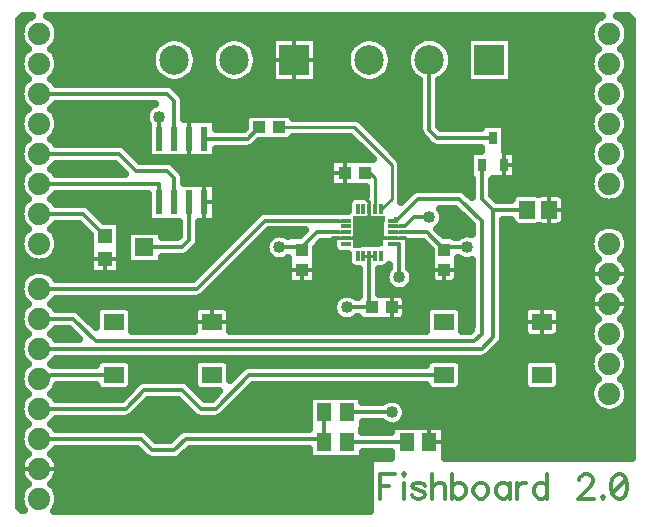
<source format=gbr>
%TF.GenerationSoftware,Novarm,DipTrace,3.0.0.2*%
%TF.CreationDate,2017-10-26T14:07:32+00:00*%
%FSLAX35Y35*%
%MOMM*%
%TF.FileFunction,Copper,L1,Top*%
%TF.Part,Single*%
%AMOUTLINE0*
4,1,4,
-0.55,-0.5,
-0.55,0.5,
0.55,0.5,
0.55,-0.5,
-0.55,-0.5,
0*%
%AMOUTLINE3*
4,1,4,
0.5,-0.55,
-0.5,-0.55,
-0.5,0.55,
0.5,0.55,
0.5,-0.55,
0*%
%AMOUTLINE6*
4,1,4,
0.55,0.5,
0.55,-0.5,
-0.55,-0.5,
-0.55,0.5,
0.55,0.5,
0*%
%AMOUTLINE9*
4,1,4,
-0.65,-0.75,
-0.65,0.75,
0.65,0.75,
0.65,-0.75,
-0.65,-0.75,
0*%
%AMOUTLINE12*
4,1,4,
0.875,0.7,
-0.875,0.7,
-0.875,-0.7,
0.875,-0.7,
0.875,0.7,
0*%
%AMOUTLINE15*
4,1,4,
-0.875,-0.7,
0.875,-0.7,
0.875,0.7,
-0.875,0.7,
-0.875,-0.7,
0*%
%AMOUTLINE18*
4,1,4,
0.425,-0.14,
0.425,0.14,
-0.425,0.14,
-0.425,-0.14,
0.425,-0.14,
0*%
%AMOUTLINE21*
4,1,4,
-0.14,-0.425,
0.14,-0.425,
0.14,0.425,
-0.14,0.425,
-0.14,-0.425,
0*%
%AMOUTLINE24*
4,1,4,
1.35,1.35,
-1.35,1.35,
-1.35,-1.35,
1.16398,-1.21293,
1.35,1.35,
0*%
%ADD62C,0.31373*%
%TA.AperFunction,Conductor*%
%ADD13C,0.33*%
%ADD14C,0.28*%
%ADD16C,0.254*%
%TA.AperFunction,CopperBalancing*%
%ADD17C,0.635*%
%ADD18R,1.0X1.1*%
%ADD19R,1.1X1.0*%
%ADD20R,1.3X1.5*%
%TA.AperFunction,ComponentPad*%
%ADD21R,2.5X2.5*%
%ADD22C,2.5*%
%ADD24R,0.65X1.05*%
%ADD30R,1.6X1.5*%
%ADD31R,1.2X1.2*%
%ADD32R,0.6X2.0*%
%TA.AperFunction,ComponentPad*%
%ADD34C,1.8796*%
%TA.AperFunction,ViaPad*%
%ADD35C,1.016*%
%ADD64OUTLINE0*%
%ADD67OUTLINE3*%
%ADD70OUTLINE6*%
%ADD73OUTLINE9*%
%ADD76OUTLINE12*%
%ADD79OUTLINE15*%
%ADD82OUTLINE18*%
%ADD85OUTLINE21*%
%ADD88OUTLINE24*%
%TA.AperFunction,CopperBalancing*%
%ADD91C,0.33*%
G75*
G01*
%LPD*%
X2243000Y4390800D2*
D13*
Y4207000D1*
X3449500Y3265500D2*
Y3286000D1*
X3576500Y3413000D1*
X3767000D1*
D14*
X3823500D1*
X4218500D2*
X4277500D1*
D13*
X4508500D1*
X4656000Y3265500D1*
X3259000Y3286000D2*
X3449500D1*
X4846500D2*
X4676500D1*
X4656000Y3265500D1*
X4041500Y2778000D2*
X4021000D1*
Y3215500D1*
X4071013D2*
D14*
X4021000D1*
X3970987D1*
X3830500Y2778000D2*
D13*
X4041500D1*
X3823500Y3363000D2*
D14*
X3764500D1*
D13*
X3717000D1*
X3703500Y3349500D1*
Y3286000D1*
X4021000Y3610500D2*
D14*
Y3667000D1*
D13*
X3957500Y3730500D1*
X3823500Y3363000D2*
D14*
X3882500D1*
D13*
X3971000D1*
X4021000Y3413000D1*
Y3610500D2*
D14*
Y3551500D1*
D13*
Y3413000D1*
X4218500Y3363000D2*
D14*
X4159500D1*
D13*
X4071000D1*
X4021000Y3413000D1*
X4218500Y3363000D2*
D14*
X4277500D1*
D13*
X4325000D1*
X4370250Y3317750D1*
X3823500Y3513000D2*
D14*
X3764500D1*
D13*
X3136750D1*
X2560500Y2936750D1*
X1227000D1*
Y4587750D2*
X2304000D1*
X2370000Y4521750D1*
Y4207000D1*
X1227000Y3571750D2*
X1597750D1*
X1783500Y3386000D1*
X2624000Y4207000D2*
X2994000D1*
X3089000Y4302000D1*
X1227000Y1920750D2*
X1957250D1*
X2116000Y2079500D1*
X2433500D1*
X2592250Y1920750D1*
X2719250D1*
X3005000Y2206500D1*
X4651500D1*
X4275000Y3032000D2*
Y3313000D1*
X4218500D1*
Y3463000D2*
D14*
X4277500D1*
D13*
X4325000D1*
X4402000Y3540000D1*
X4529000D1*
X1227000Y2174750D2*
X1290500D1*
X1322250Y2206500D1*
X1857500D1*
X3640500Y1889000D2*
Y1635000D1*
Y1666750D1*
X2465250D1*
X2370000Y1571500D1*
X2179500D1*
X2084250Y1666750D1*
X1227000D1*
X3830500Y1635000D2*
X4339000D1*
X3830500Y1889000D2*
X4211500D1*
X4529000Y4873500D2*
Y4280500D1*
X4595000Y4214500D1*
X5068500D1*
X4973500Y3984500D2*
Y3698750D1*
X5068750Y3603500D1*
X5354500D1*
X5068750D2*
Y2524000D1*
X4973500Y2428750D1*
X1227000D1*
X2116000Y3286000D2*
X2431000D1*
X2497000Y3352000D1*
Y3667000D1*
X1227000Y3825750D2*
X2243000D1*
Y3667000D1*
X1227000Y4079750D2*
X1904390D1*
X2047860Y3936280D1*
X2304000D1*
X2370000Y3870280D1*
Y3667000D1*
X1227000Y2682750D2*
X1512750D1*
X1703250Y2492250D1*
X4910000D1*
X4973500Y2555750D1*
Y3508250D1*
X4783000Y3698750D1*
X4433750D1*
X4254817Y3519817D1*
D14*
X4240067Y3534567D1*
X4218500Y3513000D1*
X3259000Y4302000D2*
D16*
X3894000D1*
X4211500Y3984500D1*
Y3698747D1*
X4132127Y3619373D1*
X4121027Y3610500D1*
X4071013D2*
Y3870987D1*
X4025233Y3916767D1*
X3981973D1*
D35*
X4211500Y1889000D3*
X3259000Y3286000D3*
X4529000Y3540000D3*
X4846500Y3286000D3*
X3830500Y2778000D3*
X2243000Y4390800D3*
X4275000Y3032000D3*
X1063162Y5180083D2*
D17*
X1083296D1*
X1370864D2*
X5909204D1*
X6196864D2*
X6236874D1*
X1393188Y5116917D2*
X5886756D1*
X1389096Y5053750D2*
X2296650D1*
X2443295D2*
X2804650D1*
X2951295D2*
X3187386D1*
X3584683D2*
X3947650D1*
X4094295D2*
X4455650D1*
X4602295D2*
X4838386D1*
X5235683D2*
X5890973D1*
X6215096D2*
X6236881D1*
X1063162Y4990583D2*
X1098412D1*
X1355609D2*
X2211073D1*
X2528871D2*
X2719073D1*
X3036871D2*
X3187386D1*
X3584683D2*
X3862073D1*
X4179871D2*
X4370073D1*
X4687871D2*
X4838386D1*
X5235683D2*
X5924335D1*
X6181609D2*
X6236874D1*
X1063162Y4927417D2*
X1084040D1*
X1369996D2*
X2179075D1*
X2560869D2*
X2687075D1*
X3068869D2*
X3187386D1*
X3584683D2*
X3830075D1*
X4211869D2*
X4338075D1*
X4719869D2*
X4838386D1*
X5235683D2*
X5910072D1*
X6195996D2*
X6236874D1*
X1393064Y4864250D2*
X2171634D1*
X2568434D2*
X2679634D1*
X3076434D2*
X3187386D1*
X3584683D2*
X3822634D1*
X4219434D2*
X4330634D1*
X4727434D2*
X4838386D1*
X5235683D2*
X5887004D1*
X1389468Y4801083D2*
X2185525D1*
X2554544D2*
X2693525D1*
X3062544D2*
X3187386D1*
X3584683D2*
X3836525D1*
X4205544D2*
X4344525D1*
X4713544D2*
X4838386D1*
X5235683D2*
X5890601D1*
X6215468D2*
X6236806D1*
X1063162Y4737917D2*
X1097173D1*
X1356725D2*
X2227320D1*
X2512748D2*
X2735320D1*
X3020748D2*
X3187386D1*
X3584683D2*
X3878320D1*
X4163748D2*
X4386320D1*
X4671748D2*
X4838386D1*
X5235683D2*
X5923219D1*
X6182725D2*
X6236874D1*
X1063162Y4674750D2*
X1084783D1*
X1369128D2*
X4438906D1*
X4619162D2*
X5910817D1*
X6195128D2*
X6236874D1*
X2404972Y4611583D2*
X4438906D1*
X4619162D2*
X5887128D1*
X2455697Y4548417D2*
X4438906D1*
X4619162D2*
X5890229D1*
X6215716D2*
X6236900D1*
X1063162Y4485250D2*
X1096182D1*
X1357842D2*
X2165805D1*
X2460162D2*
X4438906D1*
X4619162D2*
X5922103D1*
X6183842D2*
X6236874D1*
X1063162Y4422083D2*
X1085774D1*
X1368260D2*
X2122769D1*
X2460162D2*
X4438906D1*
X4619162D2*
X5911685D1*
X6194260D2*
X6236874D1*
X1392692Y4358917D2*
X2122893D1*
X2727681D2*
X2960795D1*
X3956505D2*
X4438906D1*
X4619162D2*
X5887376D1*
X1390088Y4295750D2*
X2139388D1*
X2727681D2*
X2957942D1*
X4019633D2*
X4438906D1*
X5174663D2*
X5889981D1*
X6216088D2*
X6236829D1*
X1063162Y4232583D2*
X1094943D1*
X1358958D2*
X2139388D1*
X4082885D2*
X4453913D1*
X5174663D2*
X5921110D1*
X6184958D2*
X6236874D1*
X1063162Y4169417D2*
X1086518D1*
X1367392D2*
X2139388D1*
X3081271D2*
X3907218D1*
X4146013D2*
X4515305D1*
X5174663D2*
X5912553D1*
X6193392D2*
X6236874D1*
X2002640Y4106250D2*
X2139388D1*
X2727681D2*
X3970346D1*
X4209141D2*
X4962409D1*
X5174663D2*
X5887624D1*
X2065892Y4043083D2*
X2139388D1*
X2727681D2*
X4033474D1*
X4272392D2*
X4867407D1*
X5269665D2*
X5889608D1*
X6216336D2*
X6236923D1*
X1063162Y3979917D2*
X1093952D1*
X1359950D2*
X1879435D1*
X2385128D2*
X3683356D1*
X4297817D2*
X4867407D1*
X5269665D2*
X5919994D1*
X6185950D2*
X6236874D1*
X1063162Y3916750D2*
X1087509D1*
X1366523D2*
X1942563D1*
X2446023D2*
X3683356D1*
X4297817D2*
X4867407D1*
X5269665D2*
X5913545D1*
X6192523D2*
X6236874D1*
X2460162Y3853583D2*
X3683356D1*
X4297817D2*
X4883406D1*
X5063662D2*
X5887748D1*
X2727681Y3790417D2*
X3984733D1*
X4297817D2*
X4883406D1*
X5063662D2*
X5889360D1*
X6216708D2*
X6236857D1*
X1063162Y3727250D2*
X1092961D1*
X1361066D2*
X2139388D1*
X2727681D2*
X3984733D1*
X4297817D2*
X4337455D1*
X5069739D2*
X5236873D1*
X5662199D2*
X5919002D1*
X6187066D2*
X6236874D1*
X1063162Y3664083D2*
X1088500D1*
X1365531D2*
X2139388D1*
X2727681D2*
X3834292D1*
X5683159D2*
X6236874D1*
X1693325Y3600917D2*
X2139388D1*
X2727681D2*
X3833424D1*
X4636525D2*
X4756034D1*
X5683159D2*
X6236874D1*
X1756577Y3537750D2*
X2139388D1*
X2727681D2*
X3036697D1*
X4653392D2*
X4819162D1*
X5683159D2*
X6236874D1*
X1063162Y3474583D2*
X1091969D1*
X1362058D2*
X1570120D1*
X1917187D2*
X2406906D1*
X2587162D2*
X2973569D1*
X4633673D2*
X4882414D1*
X5158912D2*
X5242950D1*
X5655998D2*
X6009043D1*
X6096901D2*
X6236874D1*
X1063162Y3411417D2*
X1089491D1*
X1364663D2*
X1633248D1*
X1917187D2*
X1962406D1*
X2269662D2*
X2406906D1*
X2587162D2*
X2910317D1*
X3160026D2*
X3450067D1*
X4634913D2*
X4883406D1*
X5158912D2*
X5915405D1*
X6190663D2*
X6236874D1*
X1391700Y3348250D2*
X1649867D1*
X1917187D2*
X1962406D1*
X2587038D2*
X2847190D1*
X3096774D2*
X3152287D1*
X5158912D2*
X5888244D1*
X6217700D2*
X6236829D1*
X1391328Y3285083D2*
X1649867D1*
X1917187D2*
X1962406D1*
X2554916D2*
X2784062D1*
X3033646D2*
X3134552D1*
X3573396D2*
X3708904D1*
X4365162D2*
X4511584D1*
X5158912D2*
X5888740D1*
X6217328D2*
X6236889D1*
X1063162Y3221917D2*
X1090978D1*
X1363051D2*
X1649867D1*
X1917187D2*
X1962406D1*
X2491292D2*
X2720810D1*
X2970518D2*
X3153403D1*
X3573148D2*
X3833424D1*
X4365162D2*
X4532420D1*
X5158912D2*
X5916894D1*
X6189051D2*
X6236874D1*
X1063162Y3158750D2*
X1193709D1*
X1260359D2*
X1649867D1*
X1917187D2*
X1962406D1*
X2269662D2*
X2657682D1*
X2907267D2*
X3325920D1*
X3573148D2*
X3834912D1*
X4365162D2*
X4532916D1*
X4779152D2*
X4883406D1*
X5158912D2*
X5916274D1*
X6189671D2*
X6236874D1*
X1063162Y3095583D2*
X1192717D1*
X1261227D2*
X1649867D1*
X1917187D2*
X2594554D1*
X2844139D2*
X3325920D1*
X3573148D2*
X3930906D1*
X4111162D2*
X4169155D1*
X4380913D2*
X4532420D1*
X4779648D2*
X4883406D1*
X5158912D2*
X5888492D1*
X6217452D2*
X6236937D1*
X1063162Y3032417D2*
X1090730D1*
X1363175D2*
X2531426D1*
X2781011D2*
X3325920D1*
X3573148D2*
X3930906D1*
X4111162D2*
X4150625D1*
X4399392D2*
X4532916D1*
X4779152D2*
X4883406D1*
X5158912D2*
X5888492D1*
X6217576D2*
X6236985D1*
X2717759Y2969250D2*
X3930906D1*
X4111162D2*
X4168659D1*
X4381409D2*
X4883406D1*
X5158912D2*
X5916025D1*
X6190043D2*
X6236874D1*
X2654631Y2906083D2*
X3930906D1*
X4111162D2*
X4883406D1*
X5158912D2*
X5917266D1*
X6188679D2*
X6236874D1*
X1063162Y2842917D2*
X1089491D1*
X1364539D2*
X3725524D1*
X4338373D2*
X4883406D1*
X5158912D2*
X5888864D1*
X6217204D2*
X6236841D1*
X1063162Y2779750D2*
X1091721D1*
X1362183D2*
X1722545D1*
X1992470D2*
X2552510D1*
X2822434D2*
X3706052D1*
X4340109D2*
X4516545D1*
X4786470D2*
X4883406D1*
X5158912D2*
X5346510D1*
X5616434D2*
X5888244D1*
X6217824D2*
X6236878D1*
X1603656Y2716583D2*
X1696376D1*
X2018639D2*
X2526341D1*
X2848603D2*
X3723291D1*
X4339117D2*
X4490376D1*
X4812639D2*
X4883406D1*
X5158912D2*
X5320341D1*
X5642603D2*
X5915033D1*
X6191035D2*
X6236874D1*
X1666908Y2653417D2*
X1696374D1*
X2018639D2*
X2526341D1*
X2848603D2*
X4490376D1*
X4812639D2*
X4883406D1*
X5158912D2*
X5320341D1*
X5642603D2*
X5918258D1*
X6187686D2*
X6236874D1*
X1063162Y2590250D2*
X1088500D1*
X1365407D2*
X1480451D1*
X2018639D2*
X2526341D1*
X2848603D2*
X4490376D1*
X4812639D2*
X4883158D1*
X5158912D2*
X5320341D1*
X5642603D2*
X5889112D1*
X6216832D2*
X6236904D1*
X1063162Y2527083D2*
X1092713D1*
X1361190D2*
X1543579D1*
X5158912D2*
X5356184D1*
X5606885D2*
X5887996D1*
X5133487Y2463917D2*
X5914041D1*
X6191903D2*
X6236874D1*
X5070359Y2400750D2*
X5919374D1*
X6186694D2*
X6236874D1*
X1063162Y2337583D2*
X1087509D1*
X1366399D2*
X1735443D1*
X1979447D2*
X2565532D1*
X2809536D2*
X4529443D1*
X4773447D2*
X5359532D1*
X5603536D2*
X5889360D1*
X6216584D2*
X6236809D1*
X1063162Y2274417D2*
X1093952D1*
X2018639D2*
X2526341D1*
X2848603D2*
X2949633D1*
X4812639D2*
X5320341D1*
X5642603D2*
X5887748D1*
X2018639Y2211250D2*
X2526341D1*
X2848603D2*
X2885010D1*
X4812639D2*
X5320341D1*
X5642603D2*
X5913173D1*
X6192771D2*
X6236874D1*
X2018639Y2148083D2*
X2061558D1*
X2487943D2*
X2526341D1*
X4812639D2*
X5320341D1*
X5642603D2*
X5920366D1*
X6185578D2*
X6236874D1*
X1063162Y2084917D2*
X1086765D1*
X1367267D2*
X1720437D1*
X3008222D2*
X4514437D1*
X4788454D2*
X5344525D1*
X5618543D2*
X5889733D1*
X6216336D2*
X6236923D1*
X1063162Y2021750D2*
X1094943D1*
X1359082D2*
X1933509D1*
X2616059D2*
X2695509D1*
X2945094D2*
X3501909D1*
X3969155D2*
X5887500D1*
X2119842Y1958583D2*
X2429603D1*
X2881842D2*
X3501909D1*
X4313320D2*
X5912305D1*
X6193764D2*
X6236874D1*
X2056714Y1895417D2*
X2492731D1*
X2818714D2*
X3501909D1*
X4335768D2*
X5993664D1*
X6112280D2*
X6236874D1*
X1063162Y1832250D2*
X1085774D1*
X1368136D2*
X3501909D1*
X4321382D2*
X6236874D1*
X1063162Y1769083D2*
X1095934D1*
X1357966D2*
X3501909D1*
X3969155D2*
X4200409D1*
X4667655D2*
X6236874D1*
X2169823Y1705917D2*
X2379621D1*
X4667655D2*
X6236874D1*
X4667655Y1642750D2*
X6236874D1*
X1063162Y1579583D2*
X1085031D1*
X1369004D2*
X2046618D1*
X2502826D2*
X3501909D1*
X4667655D2*
X6236874D1*
X1063162Y1516417D2*
X1097173D1*
X1356850D2*
X2109746D1*
X2439698D2*
X3501909D1*
X3969155D2*
X4200409D1*
X4667655D2*
X6236874D1*
X1389468Y1453250D2*
X4023056D1*
X1393064Y1390083D2*
X4023056D1*
X1063162Y1326917D2*
X1084040D1*
X1369872D2*
X4023056D1*
X1063162Y1263750D2*
X1098164D1*
X1355733D2*
X4023056D1*
X1389096Y1200583D2*
X4023056D1*
X1393188Y1137417D2*
X4023056D1*
X1370740Y1074250D2*
X4023056D1*
X3566767Y3217790D2*
X3566790Y2973210D1*
X3332210D1*
Y3193352D1*
X3312612Y3180781D1*
X3295492Y3173690D1*
X3277473Y3169364D1*
X3259000Y3167910D1*
X3240527Y3169364D1*
X3222508Y3173690D1*
X3205388Y3180781D1*
X3189588Y3190463D1*
X3175498Y3202498D1*
X3163463Y3216588D1*
X3153781Y3232388D1*
X3146690Y3249508D1*
X3142364Y3267527D1*
X3140910Y3286000D1*
X3142364Y3304473D1*
X3146690Y3322492D1*
X3153781Y3339612D1*
X3163463Y3355412D1*
X3175498Y3369502D1*
X3189588Y3381537D1*
X3205388Y3391219D1*
X3222508Y3398310D1*
X3240527Y3402636D1*
X3259000Y3404090D1*
X3277473Y3402636D1*
X3295492Y3398310D1*
X3312612Y3391219D1*
X3328412Y3381537D1*
X3332195Y3378554D1*
X3332210Y3387790D1*
X3432793D1*
X3474178Y3429175D1*
X3171296Y3429210D1*
X2614917Y2873035D1*
X2598540Y2862092D1*
X2580060Y2855275D1*
X2560500Y2852960D1*
X2559653Y2852993D1*
X1364505Y2852487D1*
X1349631Y2832014D1*
X1331736Y2814119D1*
X1326259Y2809801D1*
X1341035Y2796785D1*
X1357470Y2777542D1*
X1364771Y2766539D1*
X1519324Y2766282D1*
X1538643Y2762439D1*
X1556530Y2754193D1*
X1571999Y2741999D1*
X1572574Y2741376D1*
X1702756Y2611241D1*
X1702917Y2731780D1*
X1706003Y2747294D1*
X1712626Y2761659D1*
X1722419Y2774081D1*
X1734841Y2783874D1*
X1749206Y2790497D1*
X1764720Y2793583D1*
X1950280D1*
X1965794Y2790497D1*
X1980159Y2783874D1*
X1992581Y2774081D1*
X2002374Y2761659D1*
X2008997Y2747294D1*
X2012083Y2731780D1*
Y2581220D1*
X2011959Y2580175D1*
X2012083Y2581220D1*
X2011959Y2580175D1*
X2012083Y2581220D1*
X2012290Y2586500D1*
X2011448Y2576040D1*
X2533587D1*
X2532710Y2592850D1*
X2533538Y2737026D1*
X2537832Y2752251D1*
X2545561Y2766052D1*
X2556299Y2777668D1*
X2569451Y2786456D1*
X2584291Y2791931D1*
X2600846Y2793757D1*
X2780280Y2793583D1*
X2795794Y2790497D1*
X2810159Y2783874D1*
X2822581Y2774081D1*
X2832374Y2761659D1*
X2838997Y2747294D1*
X2842083Y2731780D1*
X2842290Y2586500D1*
X2841959Y2580175D1*
X2846250Y2576040D1*
X4497622D1*
X4496710Y2586500D1*
X4497538Y2737027D1*
X4501832Y2752251D1*
X4509561Y2766052D1*
X4520298Y2777668D1*
X4533451Y2786456D1*
X4548291Y2791931D1*
X4564846Y2793757D1*
X4744280Y2793583D1*
X4759794Y2790497D1*
X4774159Y2783874D1*
X4786581Y2774081D1*
X4796374Y2761659D1*
X4802997Y2747294D1*
X4806083Y2731780D1*
Y2581220D1*
X4805959Y2580175D1*
X4806083Y2581220D1*
X4805959Y2580175D1*
X4814750Y2576040D1*
X4875397D1*
X4889710Y2619250D1*
X4889754Y3176184D1*
X4874068Y3171173D1*
X4855765Y3168274D1*
X4837235D1*
X4818932Y3171173D1*
X4801309Y3176899D1*
X4784798Y3185312D1*
X4771431Y3194791D1*
X4767727Y3183793D1*
X4768168Y3176251D1*
X4772462Y3161027D1*
X4773290Y3137800D1*
X4772462Y3029973D1*
X4768168Y3014749D1*
X4760439Y3000948D1*
X4749702Y2989332D1*
X4736549Y2980544D1*
X4721709Y2975069D1*
X4705154Y2973243D1*
X4600720Y2973417D1*
X4585206Y2976503D1*
X4570841Y2983126D1*
X4558419Y2992919D1*
X4548626Y3005341D1*
X4542003Y3019706D1*
X4538917Y3035220D1*
X4538710Y3150500D1*
X4540569Y3166209D1*
X4544272Y3177207D1*
X4543832Y3184749D1*
X4539538Y3199974D1*
X4538710Y3210500D1*
Y3264450D1*
X4473711Y3329291D1*
X4357067Y3329210D1*
X4358790Y3313000D1*
Y3115183D1*
X4370537Y3101412D1*
X4380219Y3085612D1*
X4387310Y3068492D1*
X4391636Y3050473D1*
X4393090Y3032000D1*
X4391636Y3013527D1*
X4387310Y2995508D1*
X4380219Y2978388D1*
X4370537Y2962588D1*
X4358502Y2948498D1*
X4344412Y2936463D1*
X4328612Y2926781D1*
X4311492Y2919690D1*
X4293473Y2915364D1*
X4275000Y2913910D1*
X4256527Y2915364D1*
X4238508Y2919690D1*
X4221388Y2926781D1*
X4205588Y2936463D1*
X4191498Y2948498D1*
X4179463Y2962588D1*
X4169781Y2978388D1*
X4162690Y2995508D1*
X4158364Y3013527D1*
X4156910Y3032000D1*
X4158364Y3050473D1*
X4162690Y3068492D1*
X4169781Y3085612D1*
X4179463Y3101412D1*
X4191227Y3115210D1*
X4191210Y3136056D1*
X4182608Y3125419D1*
X4170186Y3115626D1*
X4155820Y3109003D1*
X4140306Y3105917D1*
X4105975Y3105751D1*
X4104790Y3056750D1*
Y2894651D1*
X4117294Y2891997D1*
X4123207Y2889727D1*
X4130749Y2890168D1*
X4145974Y2894462D1*
X4169200Y2895290D1*
X4277026Y2894462D1*
X4292251Y2890168D1*
X4306052Y2882439D1*
X4317668Y2871701D1*
X4326456Y2858549D1*
X4331931Y2843709D1*
X4333757Y2827154D1*
X4333583Y2722720D1*
X4330497Y2707206D1*
X4323874Y2692841D1*
X4314081Y2680419D1*
X4301659Y2670626D1*
X4287294Y2664003D1*
X4271780Y2660917D1*
X4156500Y2660710D1*
X4140791Y2662569D1*
X4129793Y2666273D1*
X4122251Y2665832D1*
X4107027Y2661538D1*
X4096500Y2660710D1*
X3975973Y2661538D1*
X3960749Y2665832D1*
X3946948Y2673561D1*
X3935332Y2684298D1*
X3928611Y2693759D1*
X3913632Y2694210D1*
X3899912Y2682463D1*
X3884112Y2672781D1*
X3866992Y2665690D1*
X3848973Y2661364D1*
X3830500Y2659910D1*
X3812027Y2661364D1*
X3794008Y2665690D1*
X3776888Y2672781D1*
X3761088Y2682463D1*
X3746998Y2694498D1*
X3734963Y2708588D1*
X3725281Y2724388D1*
X3718190Y2741508D1*
X3713864Y2759527D1*
X3712410Y2778000D1*
X3713864Y2796473D1*
X3718190Y2814492D1*
X3725281Y2831612D1*
X3734963Y2847412D1*
X3746998Y2861502D1*
X3761088Y2873537D1*
X3776888Y2883219D1*
X3794008Y2890310D1*
X3812027Y2894636D1*
X3830500Y2896090D1*
X3848973Y2894636D1*
X3866992Y2890310D1*
X3884112Y2883219D1*
X3899912Y2873537D1*
X3913710Y2861773D1*
X3928354Y2861790D1*
X3936047Y2872474D1*
X3937210Y2936750D1*
Y3105794D1*
X3901694Y3105917D1*
X3886180Y3109003D1*
X3871814Y3115626D1*
X3859392Y3125419D1*
X3849599Y3137841D1*
X3842977Y3152206D1*
X3839891Y3167720D1*
X3839683Y3229183D1*
X3837704Y3231192D1*
X3781000Y3231710D1*
X3765291Y3233569D1*
X3750451Y3239044D1*
X3737298Y3247832D1*
X3726561Y3259448D1*
X3718832Y3273249D1*
X3714538Y3288473D1*
X3713710Y3299000D1*
X3713751Y3328052D1*
X3703500Y3329210D1*
X3611103D1*
X3566790Y3284726D1*
X3566666Y3143210D1*
X4773257Y3123346D2*
X4773083Y3035220D1*
X4769997Y3019706D1*
X4763374Y3005341D1*
X4753581Y2992919D1*
X4741159Y2983126D1*
X4726794Y2976503D1*
X4711280Y2973417D1*
X4706000Y2973210D1*
X4652261Y3387790D2*
X4716526Y3386962D1*
X4731751Y3382668D1*
X4745552Y3374939D1*
X4750474Y3370953D1*
X4769807Y3375796D1*
X4784798Y3386688D1*
X4801309Y3395101D1*
X4818932Y3400827D1*
X4837235Y3403726D1*
X4855765D1*
X4874068Y3400827D1*
X4889754Y3395816D1*
X4889710Y3473647D1*
X4748240Y3615013D1*
X4620157Y3614960D1*
X4629688Y3601702D1*
X4638101Y3585191D1*
X4643827Y3567568D1*
X4646726Y3549265D1*
Y3530735D1*
X4643827Y3512432D1*
X4638101Y3494809D1*
X4629688Y3478298D1*
X4618796Y3463307D1*
X4605693Y3450204D1*
X4596635Y3443276D1*
X4652202Y3387796D1*
X3934263Y3799500D2*
X3689683Y3799477D1*
Y4034057D1*
X4048819D1*
X3860888Y4221989D1*
X3373956Y4221451D1*
X3365168Y4208299D1*
X3353552Y4197561D1*
X3339751Y4189832D1*
X3324527Y4185538D1*
X3314000Y4184710D1*
X3193473Y4185538D1*
X3177293Y4190273D1*
X3178249Y4189832D1*
X3169751D1*
X3154527Y4185538D1*
X3144000Y4184710D1*
X3090050D1*
X3048417Y4143285D1*
X3032040Y4132342D1*
X3013560Y4125525D1*
X2994000Y4123210D1*
X2993153Y4123243D1*
X2721272Y4123210D1*
X2721290Y4039710D1*
X2145710D1*
Y4323847D1*
X2137781Y4337188D1*
X2130690Y4354308D1*
X2126364Y4372327D1*
X2124910Y4390800D1*
X2126364Y4409273D1*
X2130690Y4427292D1*
X2137781Y4444412D1*
X2147463Y4460212D1*
X2159498Y4474302D1*
X2173588Y4486337D1*
X2189388Y4496019D1*
X2209611Y4503985D1*
X1364505Y4503487D1*
X1349631Y4483014D1*
X1331736Y4465119D1*
X1326259Y4460801D1*
X1341035Y4447785D1*
X1357470Y4428542D1*
X1370693Y4406965D1*
X1380377Y4383585D1*
X1386284Y4358978D1*
X1388270Y4333750D1*
X1386284Y4308522D1*
X1380377Y4283915D1*
X1370693Y4260535D1*
X1357470Y4238958D1*
X1341035Y4219715D1*
X1326259Y4206801D1*
X1341035Y4193785D1*
X1357470Y4174542D1*
X1364771Y4163539D1*
X1910964Y4163282D1*
X1930283Y4159439D1*
X1948170Y4151193D1*
X1963639Y4138999D1*
X1964214Y4138376D1*
X2082645Y4019993D1*
X2310574Y4019812D1*
X2329893Y4015969D1*
X2347780Y4007723D1*
X2363249Y3995529D1*
X2363824Y3994906D1*
X2433715Y3924697D1*
X2444658Y3908320D1*
X2451475Y3889840D1*
X2453790Y3870280D1*
X2453757Y3869433D1*
X2453790Y3834189D1*
X2679110Y3834290D1*
X2721290D1*
Y3499710D1*
X2580772D1*
X2580532Y3345426D1*
X2576689Y3326107D1*
X2568443Y3308220D1*
X2556249Y3292751D1*
X2555626Y3292176D1*
X2485417Y3222285D1*
X2469040Y3211342D1*
X2450560Y3204525D1*
X2431000Y3202210D1*
X2430153Y3202243D1*
X2263196Y3202210D1*
X2263291Y3143709D1*
X1968711D1*
Y3428289D1*
X2263291D1*
Y3369874D1*
X2396417Y3369790D1*
X2413210Y3386603D1*
X2413340Y3499710D1*
X2399710Y3499834D1*
X2413210Y3479000D1*
X2413340Y3499710D1*
X2272710Y3499834D1*
X4403060Y1777290D2*
X4661290D1*
Y1499651D1*
X6243296Y1499646D1*
X6243250Y5196518D1*
X6241287Y5211195D1*
X6236980Y5221506D1*
X6230152Y5230347D1*
X6221275Y5237112D1*
X6210943Y5241354D1*
X6196052Y5243277D1*
X6118120Y5243247D1*
X6137263Y5233255D1*
X6157736Y5218381D1*
X6175631Y5200486D1*
X6190505Y5180013D1*
X6201994Y5157465D1*
X6209814Y5133398D1*
X6213773Y5108403D1*
Y5083097D1*
X6209814Y5058102D1*
X6201994Y5034035D1*
X6190505Y5011487D1*
X6175631Y4991014D1*
X6157736Y4973119D1*
X6152259Y4968801D1*
X6167035Y4955785D1*
X6183470Y4936542D1*
X6196693Y4914965D1*
X6206377Y4891585D1*
X6212284Y4866978D1*
X6214270Y4841750D1*
X6212284Y4816522D1*
X6206377Y4791915D1*
X6196693Y4768535D1*
X6183470Y4746958D1*
X6167035Y4727715D1*
X6152259Y4714801D1*
X6167035Y4701785D1*
X6183470Y4682542D1*
X6196693Y4660965D1*
X6206377Y4637585D1*
X6212284Y4612978D1*
X6214270Y4587750D1*
X6212284Y4562522D1*
X6206377Y4537915D1*
X6196693Y4514535D1*
X6183470Y4492958D1*
X6167035Y4473715D1*
X6152259Y4460801D1*
X6167035Y4447785D1*
X6183470Y4428542D1*
X6196693Y4406965D1*
X6206377Y4383585D1*
X6212284Y4358978D1*
X6214270Y4333750D1*
X6212284Y4308522D1*
X6206377Y4283915D1*
X6196693Y4260535D1*
X6183470Y4238958D1*
X6167035Y4219715D1*
X6152259Y4206801D1*
X6167035Y4193785D1*
X6183470Y4174542D1*
X6196693Y4152965D1*
X6206377Y4129585D1*
X6212284Y4104978D1*
X6214270Y4079750D1*
X6212284Y4054522D1*
X6206377Y4029915D1*
X6196693Y4006535D1*
X6183470Y3984958D1*
X6167035Y3965715D1*
X6152259Y3952801D1*
X6167035Y3939785D1*
X6183470Y3920542D1*
X6196693Y3898965D1*
X6206377Y3875585D1*
X6212284Y3850978D1*
X6214270Y3825750D1*
X6212284Y3800522D1*
X6206377Y3775915D1*
X6196693Y3752535D1*
X6183470Y3730958D1*
X6167035Y3711715D1*
X6147792Y3695280D1*
X6126215Y3682057D1*
X6102835Y3672373D1*
X6078228Y3666466D1*
X6053000Y3664480D1*
X6027772Y3666466D1*
X6003165Y3672373D1*
X5979785Y3682057D1*
X5958208Y3695280D1*
X5938965Y3711715D1*
X5922530Y3730958D1*
X5909307Y3752535D1*
X5899623Y3775915D1*
X5893716Y3800522D1*
X5891730Y3825750D1*
X5893716Y3850978D1*
X5899623Y3875585D1*
X5909307Y3898965D1*
X5922530Y3920542D1*
X5938965Y3939785D1*
X5953741Y3952699D1*
X5938965Y3965715D1*
X5922530Y3984958D1*
X5909307Y4006535D1*
X5899623Y4029915D1*
X5893716Y4054522D1*
X5891730Y4079750D1*
X5893716Y4104978D1*
X5899623Y4129585D1*
X5909307Y4152965D1*
X5922530Y4174542D1*
X5938965Y4193785D1*
X5953741Y4206699D1*
X5938965Y4219715D1*
X5922530Y4238958D1*
X5909307Y4260535D1*
X5899623Y4283915D1*
X5893716Y4308522D1*
X5891730Y4333750D1*
X5893716Y4358978D1*
X5899623Y4383585D1*
X5909307Y4406965D1*
X5922530Y4428542D1*
X5938965Y4447785D1*
X5953741Y4460699D1*
X5938965Y4473715D1*
X5922530Y4492958D1*
X5909307Y4514535D1*
X5899623Y4537915D1*
X5893716Y4562522D1*
X5891730Y4587750D1*
X5893716Y4612978D1*
X5899623Y4637585D1*
X5909307Y4660965D1*
X5922530Y4682542D1*
X5938965Y4701785D1*
X5953741Y4714699D1*
X5938965Y4727715D1*
X5922530Y4746958D1*
X5909307Y4768535D1*
X5899623Y4791915D1*
X5893716Y4816522D1*
X5891730Y4841750D1*
X5893716Y4866978D1*
X5899623Y4891585D1*
X5909307Y4914965D1*
X5922530Y4936542D1*
X5938965Y4955785D1*
X5953741Y4968699D1*
X5938965Y4981715D1*
X5922530Y5000958D1*
X5909307Y5022535D1*
X5899623Y5045915D1*
X5893716Y5070522D1*
X5891730Y5095750D1*
X5893716Y5120978D1*
X5899623Y5145585D1*
X5909307Y5168965D1*
X5922530Y5190542D1*
X5938965Y5209785D1*
X5958208Y5226220D1*
X5979785Y5239443D1*
X5988095Y5243274D1*
X1292120Y5243250D1*
X1311263Y5233255D1*
X1331736Y5218381D1*
X1349631Y5200486D1*
X1364505Y5180013D1*
X1375994Y5157465D1*
X1383814Y5133398D1*
X1387773Y5108403D1*
Y5083097D1*
X1383814Y5058102D1*
X1375994Y5034035D1*
X1364505Y5011487D1*
X1349631Y4991014D1*
X1331736Y4973119D1*
X1326259Y4968801D1*
X1341035Y4955785D1*
X1357470Y4936542D1*
X1370693Y4914965D1*
X1380377Y4891585D1*
X1386284Y4866978D1*
X1388270Y4841750D1*
X1386284Y4816522D1*
X1380377Y4791915D1*
X1370693Y4768535D1*
X1357470Y4746958D1*
X1341035Y4727715D1*
X1326259Y4714801D1*
X1341035Y4701785D1*
X1357470Y4682542D1*
X1364771Y4671539D1*
X2310574Y4671282D1*
X2329893Y4667439D1*
X2347780Y4659193D1*
X2363249Y4646999D1*
X2363824Y4646376D1*
X2433715Y4576167D1*
X2444658Y4559790D1*
X2451475Y4541310D1*
X2453790Y4521750D1*
X2453757Y4520903D1*
X2453790Y4374286D1*
X2721290Y4374290D1*
Y4290822D1*
X2959235Y4290790D1*
X2966710Y4298261D1*
X2967538Y4362527D1*
X2971832Y4377751D1*
X2979561Y4391552D1*
X2990298Y4403168D1*
X3003451Y4411956D1*
X3018291Y4417431D1*
X3034846Y4419257D1*
X3149280Y4419083D1*
X3164794Y4415997D1*
X3170707Y4413727D1*
X3178249Y4414168D1*
X3193473Y4418462D1*
X3204000Y4419290D1*
X3324527Y4418462D1*
X3339751Y4414168D1*
X3353552Y4406439D1*
X3365168Y4395702D1*
X3374224Y4381968D1*
X3894000Y4381990D1*
X3912673Y4379780D1*
X3930315Y4373272D1*
X3945949Y4362825D1*
X4175068Y4134055D1*
X4272325Y4036449D1*
X4282772Y4020815D1*
X4289280Y4003173D1*
X4291490Y3984500D1*
X4291456Y3983642D1*
X4291244Y3692471D1*
X4287575Y3674028D1*
X4287227Y3673085D1*
X4287575Y3674028D1*
X4307821Y3691318D1*
X4379333Y3762464D1*
X4395710Y3773408D1*
X4414190Y3780225D1*
X4433750Y3782540D1*
X4434597Y3782507D1*
X4789574Y3782282D1*
X4808893Y3778439D1*
X4826780Y3770193D1*
X4842249Y3757999D1*
X4842824Y3757376D1*
X4889693Y3710554D1*
X4889710Y3864817D1*
X4873710Y3864710D1*
Y4104290D1*
X4968588D1*
X4968710Y4130800D1*
X4588426Y4130968D1*
X4569107Y4134811D1*
X4551220Y4143057D1*
X4535751Y4155251D1*
X4535176Y4155874D1*
X4465286Y4226083D1*
X4454343Y4242460D1*
X4447525Y4260940D1*
X4445210Y4280500D1*
X4445243Y4281347D1*
X4445210Y4700319D1*
X4415975Y4717934D1*
X4393030Y4737530D1*
X4373434Y4760475D1*
X4357668Y4786202D1*
X4346121Y4814079D1*
X4339077Y4843419D1*
X4336710Y4873500D1*
X4339077Y4903581D1*
X4346121Y4932921D1*
X4357668Y4960798D1*
X4373434Y4986525D1*
X4393030Y5009470D1*
X4415975Y5029066D1*
X4441702Y5044832D1*
X4469579Y5056379D1*
X4498919Y5063423D1*
X4529000Y5065790D1*
X4559081Y5063423D1*
X4588421Y5056379D1*
X4616298Y5044832D1*
X4642025Y5029066D1*
X4664970Y5009470D1*
X4684566Y4986525D1*
X4700332Y4960798D1*
X4711879Y4932921D1*
X4718923Y4903581D1*
X4721290Y4873500D1*
X4718923Y4843419D1*
X4711879Y4814079D1*
X4700332Y4786202D1*
X4684566Y4760475D1*
X4664970Y4737530D1*
X4642025Y4717934D1*
X4616298Y4702168D1*
X4612709Y4700514D1*
X4612790Y4315271D1*
X4629603Y4298290D1*
X4968710Y4298232D1*
Y4334290D1*
X5168290D1*
X5168312Y4104290D1*
X5263290D1*
Y3864710D1*
X5063710Y3864734D1*
X5057290Y3857500D1*
Y3733353D1*
X5103521Y3687226D1*
X5222911Y3687290D1*
X5225503Y3699294D1*
X5232126Y3713659D1*
X5241919Y3726081D1*
X5254341Y3735874D1*
X5268706Y3742497D1*
X5284220Y3745583D1*
X5424780D1*
X5440294Y3742497D1*
X5446207Y3740227D1*
X5453749Y3740668D1*
X5468973Y3744962D1*
X5492200Y3745790D1*
X5620027Y3744962D1*
X5635251Y3740668D1*
X5649052Y3732939D1*
X5660668Y3722202D1*
X5669456Y3709049D1*
X5674931Y3694209D1*
X5676757Y3677654D1*
X5676583Y3523220D1*
X5673497Y3507706D1*
X5666874Y3493341D1*
X5657081Y3480919D1*
X5644659Y3471126D1*
X5630294Y3464503D1*
X5614780Y3461417D1*
X5479500Y3461210D1*
X5463791Y3463069D1*
X5452793Y3466773D1*
X5445251Y3466332D1*
X5430026Y3462038D1*
X5419500Y3461210D1*
X5278974Y3462038D1*
X5263749Y3466332D1*
X5249948Y3474061D1*
X5238332Y3484799D1*
X5229544Y3497951D1*
X5224069Y3512791D1*
X5222915Y3519019D1*
X5152466Y3519710D1*
X5152282Y2517426D1*
X5148439Y2498107D1*
X5140193Y2480220D1*
X5127999Y2464751D1*
X5127376Y2464176D1*
X5027917Y2365035D1*
X5011540Y2354092D1*
X4993060Y2347275D1*
X4973500Y2344960D1*
X4972653Y2344993D1*
X1364505Y2344487D1*
X1349631Y2324014D1*
X1331736Y2306119D1*
X1326259Y2301801D1*
X1339473Y2290229D1*
X1704118Y2290290D1*
X1707832Y2302251D1*
X1715561Y2316052D1*
X1726298Y2327668D1*
X1739451Y2336456D1*
X1754291Y2341931D1*
X1770000Y2343790D1*
X1950280Y2343583D1*
X1965794Y2340497D1*
X1980159Y2333874D1*
X1992581Y2324081D1*
X2002374Y2311659D1*
X2008997Y2297294D1*
X2012083Y2281780D1*
Y2131220D1*
X2008997Y2115706D1*
X2002374Y2101341D1*
X1992581Y2088919D1*
X1980159Y2079126D1*
X1965794Y2072503D1*
X1950280Y2069417D1*
X1764720D1*
X1749206Y2072503D1*
X1734841Y2079126D1*
X1722419Y2088919D1*
X1712626Y2101341D1*
X1706003Y2115706D1*
X1704364Y2121824D1*
X1667000Y2122710D1*
X1379638D1*
X1370693Y2101535D1*
X1357470Y2079958D1*
X1341035Y2060715D1*
X1326259Y2047801D1*
X1341035Y2034785D1*
X1357470Y2015542D1*
X1364771Y2004539D1*
X1922647Y2004540D1*
X2061583Y2143215D1*
X2077960Y2154158D1*
X2096440Y2160975D1*
X2116000Y2163290D1*
X2116847Y2163257D1*
X2440074Y2163032D1*
X2459393Y2159189D1*
X2477280Y2150943D1*
X2492749Y2138749D1*
X2493324Y2138126D1*
X2627014Y2004483D1*
X2684647Y2004540D1*
X2749190Y2069187D1*
X2594720Y2069417D1*
X2579206Y2072503D1*
X2564841Y2079126D1*
X2552419Y2088919D1*
X2542626Y2101341D1*
X2536003Y2115706D1*
X2532917Y2131220D1*
Y2281780D1*
X2536003Y2297294D1*
X2542626Y2311659D1*
X2552419Y2324081D1*
X2564841Y2333874D1*
X2579206Y2340497D1*
X2594720Y2343583D1*
X2780280D1*
X2795794Y2340497D1*
X2810159Y2333874D1*
X2822581Y2324081D1*
X2832374Y2311659D1*
X2838997Y2297294D1*
X2842083Y2281780D1*
X2842257Y2163654D1*
X2884508Y2204505D1*
X2950583Y2270214D1*
X2966960Y2281157D1*
X2985440Y2287975D1*
X3005000Y2290290D1*
X3005847Y2290257D1*
X4498118Y2290290D1*
X4501832Y2302251D1*
X4509561Y2316052D1*
X4520299Y2327668D1*
X4533451Y2336456D1*
X4548291Y2341931D1*
X4564000Y2343790D1*
X4744280Y2343583D1*
X4759794Y2340497D1*
X4774159Y2333874D1*
X4786581Y2324081D1*
X4796374Y2311659D1*
X4802997Y2297294D1*
X4806083Y2281780D1*
Y2131220D1*
X4802997Y2115706D1*
X4796374Y2101341D1*
X4786581Y2088919D1*
X4774159Y2079126D1*
X4759794Y2072503D1*
X4744280Y2069417D1*
X4558720D1*
X4543206Y2072503D1*
X4528841Y2079126D1*
X4516419Y2088919D1*
X4506626Y2101341D1*
X4500003Y2115706D1*
X4498364Y2121824D1*
X4461000Y2122710D1*
X3039567D1*
X2773667Y1857036D1*
X2757290Y1846093D1*
X2738810Y1839275D1*
X2719250Y1836960D1*
X2718403Y1836993D1*
X2585676Y1837218D1*
X2566357Y1841061D1*
X2548470Y1849307D1*
X2533002Y1861502D1*
X2532426Y1862124D1*
X2398736Y1995767D1*
X2150603Y1995710D1*
X2011667Y1857035D1*
X1995290Y1846092D1*
X1976810Y1839275D1*
X1957250Y1836960D1*
X1956403Y1836993D1*
X1364505Y1836487D1*
X1349631Y1816014D1*
X1331736Y1798119D1*
X1326259Y1793801D1*
X1341035Y1780785D1*
X1357470Y1761542D1*
X1364771Y1750539D1*
X2090824Y1750282D1*
X2110143Y1746439D1*
X2128030Y1738193D1*
X2143499Y1725999D1*
X2144074Y1725376D1*
X2214271Y1655227D1*
X2335397Y1655290D1*
X2410833Y1730465D1*
X2427210Y1741408D1*
X2445690Y1748225D1*
X2465250Y1750540D1*
X2466097Y1750507D1*
X3508163Y1750540D1*
X3508210Y2031290D1*
X3962790D1*
Y1972875D1*
X4128280Y1972790D1*
X4142088Y1984537D1*
X4157888Y1994219D1*
X4175008Y2001310D1*
X4193027Y2005636D1*
X4211500Y2007090D1*
X4229973Y2005636D1*
X4247992Y2001310D1*
X4265112Y1994219D1*
X4280912Y1984537D1*
X4295002Y1972502D1*
X4307037Y1958412D1*
X4316719Y1942612D1*
X4323810Y1925492D1*
X4328136Y1907473D1*
X4329590Y1889000D1*
X4328136Y1870527D1*
X4323810Y1852508D1*
X4316719Y1835388D1*
X4307037Y1819588D1*
X4295002Y1805498D1*
X4280912Y1793463D1*
X4265112Y1783781D1*
X4249746Y1777290D1*
X4471290Y1777166D1*
X4206710Y1499531D2*
Y1551125D1*
X3962837Y1551210D1*
X3962790Y1492710D1*
X3508210D1*
Y1582875D1*
X2499856Y1582960D1*
X2424417Y1507785D1*
X2408040Y1496842D1*
X2389560Y1490025D1*
X2370000Y1487710D1*
X2369153Y1487743D1*
X2172926Y1487968D1*
X2153607Y1491811D1*
X2135720Y1500057D1*
X2120251Y1512251D1*
X2119676Y1512874D1*
X2049479Y1583023D1*
X1364505Y1582487D1*
X1349631Y1562014D1*
X1331736Y1544119D1*
X1326259Y1539801D1*
X1342700Y1525096D1*
X1358889Y1505558D1*
X1371814Y1483722D1*
X1381153Y1460130D1*
X1386677Y1435365D1*
X1388270Y1412750D1*
X1386274Y1387455D1*
X1380335Y1362786D1*
X1370600Y1339354D1*
X1357311Y1317739D1*
X1340795Y1298476D1*
X1326396Y1285757D1*
X1341035Y1272785D1*
X1357470Y1253542D1*
X1370693Y1231965D1*
X1380377Y1208585D1*
X1386284Y1183978D1*
X1388270Y1158750D1*
X1386284Y1133522D1*
X1380377Y1108915D1*
X1370693Y1085535D1*
X1357470Y1063958D1*
X1351744Y1056694D1*
X4029458Y1056750D1*
X4029354Y1499646D1*
X4206831D1*
X4206710Y1718804D2*
Y1770959D1*
X4183932Y1774173D1*
X4166309Y1779899D1*
X4149798Y1788312D1*
X4134807Y1799204D1*
X4128290Y1805227D1*
X3962833Y1805210D1*
X3962790Y1718875D1*
X4206663Y1718790D1*
X4876460Y5065790D2*
X5229290D1*
Y4681210D1*
X4844710D1*
Y5065790D1*
X4876460D1*
X4212697Y4858413D2*
X4207977Y4828611D1*
X4198653Y4799914D1*
X4184954Y4773029D1*
X4167218Y4748618D1*
X4145882Y4727282D1*
X4121471Y4709546D1*
X4094586Y4695847D1*
X4065889Y4686523D1*
X4036087Y4681803D1*
X4005913D1*
X3976111Y4686523D1*
X3947414Y4695847D1*
X3920529Y4709546D1*
X3896118Y4727282D1*
X3874782Y4748618D1*
X3857046Y4773029D1*
X3843347Y4799914D1*
X3834023Y4828611D1*
X3829303Y4858413D1*
Y4888587D1*
X3834023Y4918389D1*
X3843347Y4947086D1*
X3857046Y4973971D1*
X3874782Y4998382D1*
X3896118Y5019718D1*
X3920529Y5037454D1*
X3947414Y5051153D1*
X3976111Y5060477D1*
X4005913Y5065197D1*
X4036087D1*
X4065889Y5060477D1*
X4094586Y5051153D1*
X4121471Y5037454D1*
X4145882Y5019718D1*
X4167218Y4998382D1*
X4184954Y4973971D1*
X4198653Y4947086D1*
X4207977Y4918389D1*
X4212697Y4888587D1*
Y4858413D1*
X3200060Y5065790D2*
X3578290D1*
Y4681210D1*
X3193710D1*
Y5065790D1*
X3200060D1*
X3069697Y4858413D2*
X3064977Y4828611D1*
X3055653Y4799914D1*
X3041954Y4773029D1*
X3024218Y4748618D1*
X3002882Y4727282D1*
X2978471Y4709546D1*
X2951586Y4695847D1*
X2922889Y4686523D1*
X2893087Y4681803D1*
X2862913D1*
X2833111Y4686523D1*
X2804414Y4695847D1*
X2777529Y4709546D1*
X2753118Y4727282D1*
X2731782Y4748618D1*
X2714046Y4773029D1*
X2700347Y4799914D1*
X2691023Y4828611D1*
X2686303Y4858413D1*
Y4888587D1*
X2691023Y4918389D1*
X2700347Y4947086D1*
X2714046Y4973971D1*
X2731782Y4998382D1*
X2753118Y5019718D1*
X2777529Y5037454D1*
X2804414Y5051153D1*
X2833111Y5060477D1*
X2862913Y5065197D1*
X2893087D1*
X2922889Y5060477D1*
X2951586Y5051153D1*
X2978471Y5037454D1*
X3002882Y5019718D1*
X3024218Y4998382D1*
X3041954Y4973971D1*
X3055653Y4947086D1*
X3064977Y4918389D1*
X3069697Y4888587D1*
Y4858413D1*
X2561697D2*
X2556977Y4828611D1*
X2547653Y4799914D1*
X2533954Y4773029D1*
X2516218Y4748618D1*
X2494882Y4727282D1*
X2470471Y4709546D1*
X2443586Y4695847D1*
X2414889Y4686523D1*
X2385087Y4681803D1*
X2354913D1*
X2325111Y4686523D1*
X2296414Y4695847D1*
X2269529Y4709546D1*
X2245118Y4727282D1*
X2223782Y4748618D1*
X2206046Y4773029D1*
X2192347Y4799914D1*
X2183023Y4828611D1*
X2178303Y4858413D1*
Y4888587D1*
X2183023Y4918389D1*
X2192347Y4947086D1*
X2206046Y4973971D1*
X2223782Y4998382D1*
X2245118Y5019718D1*
X2269529Y5037454D1*
X2296414Y5051153D1*
X2325111Y5060477D1*
X2354913Y5065197D1*
X2385087D1*
X2414889Y5060477D1*
X2443586Y5051153D1*
X2470471Y5037454D1*
X2494882Y5019718D1*
X2516218Y4998382D1*
X2533954Y4973971D1*
X2547653Y4947086D1*
X2556977Y4918389D1*
X2561697Y4888587D1*
Y4858413D1*
X5425750Y2343790D2*
X5579527Y2342962D1*
X5594751Y2338668D1*
X5608552Y2330939D1*
X5620168Y2320202D1*
X5628956Y2307049D1*
X5634431Y2292209D1*
X5636257Y2275654D1*
X5636083Y2131220D1*
X5632997Y2115706D1*
X5626374Y2101341D1*
X5616581Y2088919D1*
X5604159Y2079126D1*
X5589794Y2072503D1*
X5574280Y2069417D1*
X5388720D1*
X5373206Y2072503D1*
X5358841Y2079126D1*
X5346419Y2088919D1*
X5336626Y2101341D1*
X5330003Y2115706D1*
X5326917Y2131220D1*
Y2281780D1*
X5330003Y2297294D1*
X5336626Y2311659D1*
X5346419Y2324081D1*
X5358841Y2333874D1*
X5373206Y2340497D1*
X5388720Y2343583D1*
X5425750Y2343790D1*
X4707250Y2069210D2*
X4553473Y2070038D1*
X4538249Y2074332D1*
X4524448Y2082061D1*
X4512832Y2092799D1*
X4504044Y2105951D1*
X4498569Y2120791D1*
X5562650Y2519210D2*
X5388720Y2519417D1*
X5373206Y2522503D1*
X5358841Y2529126D1*
X5346419Y2538919D1*
X5336626Y2551341D1*
X5330003Y2565706D1*
X5326917Y2581220D1*
X5326710Y2726500D1*
X5328569Y2742209D1*
X5334044Y2757049D1*
X5342832Y2770202D1*
X5354448Y2780939D1*
X5368249Y2788668D1*
X5383473Y2792962D1*
X5400350Y2793790D1*
X5574280Y2793583D1*
X5589794Y2790497D1*
X5604159Y2783874D1*
X5616581Y2774081D1*
X5626374Y2761659D1*
X5632997Y2747294D1*
X5636083Y2731780D1*
X5636290Y2586500D1*
X5634431Y2570791D1*
X5628956Y2555951D1*
X5620168Y2542798D1*
X5608552Y2532061D1*
X5594751Y2524332D1*
X5579527Y2520038D1*
X5562650Y2519210D1*
X5388720Y2519417D1*
X5373206Y2522503D1*
X5358841Y2529126D1*
X5346419Y2538919D1*
X5336626Y2551341D1*
X5330003Y2565706D1*
X5326917Y2581220D1*
X5326743Y2587346D1*
X5326710Y2586500D1*
X2749327Y2069210D2*
X2594720Y2069417D1*
X2579206Y2072503D1*
X2564841Y2079126D1*
X2552419Y2088919D1*
X2542626Y2101341D1*
X2536003Y2115706D1*
X2532917Y2131220D1*
X2532743Y2137346D1*
X2532710Y2136500D1*
X2012257Y2221346D2*
X2012083Y2131220D1*
X2008997Y2115706D1*
X2002374Y2101341D1*
X1992581Y2088919D1*
X1980159Y2079126D1*
X1965794Y2072503D1*
X1950280Y2069417D1*
X1945000Y2069210D1*
X3839683Y3596649D2*
X3840512Y3663526D1*
X3844805Y3678751D1*
X3852535Y3692552D1*
X3863272Y3704168D1*
X3876424Y3712956D1*
X3891265Y3718431D1*
X3907819Y3720257D1*
X3945500Y3719462D1*
X3956987Y3720290D1*
X3991066Y3719988D1*
X3991030Y3799477D1*
X3859683Y3799601D1*
X2340290Y3499777D2*
X2145710Y3499710D1*
Y3741928D1*
X1364505Y3741487D1*
X1349631Y3721014D1*
X1331736Y3703119D1*
X1326259Y3698801D1*
X1341035Y3685785D1*
X1357470Y3666542D1*
X1364771Y3655539D1*
X1604324Y3655282D1*
X1623643Y3651439D1*
X1641530Y3643193D1*
X1656999Y3630999D1*
X1657574Y3630376D1*
X1774653Y3513289D1*
X1910791D1*
X1910790Y3058710D1*
X1656210D1*
X1656211Y3394763D1*
X1562975Y3488028D1*
X1364505Y3487487D1*
X1349631Y3467014D1*
X1331736Y3449119D1*
X1326259Y3444801D1*
X1341035Y3431785D1*
X1357470Y3412542D1*
X1370693Y3390965D1*
X1380377Y3367585D1*
X1386284Y3342978D1*
X1388270Y3317750D1*
X1386284Y3292522D1*
X1380377Y3267915D1*
X1370693Y3244535D1*
X1357470Y3222958D1*
X1341035Y3203715D1*
X1321792Y3187280D1*
X1300215Y3174057D1*
X1276835Y3164373D1*
X1252228Y3158466D1*
X1227000Y3156480D1*
X1201772Y3158466D1*
X1177165Y3164373D1*
X1153785Y3174057D1*
X1132208Y3187280D1*
X1112965Y3203715D1*
X1096530Y3222958D1*
X1083307Y3244535D1*
X1073623Y3267915D1*
X1067716Y3292522D1*
X1065730Y3317750D1*
X1067716Y3342978D1*
X1073623Y3367585D1*
X1083307Y3390965D1*
X1096530Y3412542D1*
X1112965Y3431785D1*
X1127741Y3444699D1*
X1112965Y3457715D1*
X1096530Y3476958D1*
X1083307Y3498535D1*
X1073623Y3521915D1*
X1067716Y3546522D1*
X1065730Y3571750D1*
X1067716Y3596978D1*
X1073623Y3621585D1*
X1083307Y3644965D1*
X1096530Y3666542D1*
X1112965Y3685785D1*
X1127741Y3698699D1*
X1112965Y3711715D1*
X1096530Y3730958D1*
X1083307Y3752535D1*
X1073623Y3775915D1*
X1067716Y3800522D1*
X1065730Y3825750D1*
X1067716Y3850978D1*
X1073623Y3875585D1*
X1083307Y3898965D1*
X1096530Y3920542D1*
X1112965Y3939785D1*
X1127741Y3952699D1*
X1112965Y3965715D1*
X1096530Y3984958D1*
X1083307Y4006535D1*
X1073623Y4029915D1*
X1067716Y4054522D1*
X1065730Y4079750D1*
X1067716Y4104978D1*
X1073623Y4129585D1*
X1083307Y4152965D1*
X1096530Y4174542D1*
X1112965Y4193785D1*
X1127741Y4206699D1*
X1112965Y4219715D1*
X1096530Y4238958D1*
X1083307Y4260535D1*
X1073623Y4283915D1*
X1067716Y4308522D1*
X1065730Y4333750D1*
X1067716Y4358978D1*
X1073623Y4383585D1*
X1083307Y4406965D1*
X1096530Y4428542D1*
X1112965Y4447785D1*
X1127741Y4460699D1*
X1112965Y4473715D1*
X1096530Y4492958D1*
X1083307Y4514535D1*
X1073623Y4537915D1*
X1067716Y4562522D1*
X1065730Y4587750D1*
X1067716Y4612978D1*
X1073623Y4637585D1*
X1083307Y4660965D1*
X1096530Y4682542D1*
X1112965Y4701785D1*
X1127741Y4714699D1*
X1112965Y4727715D1*
X1096530Y4746958D1*
X1083307Y4768535D1*
X1073623Y4791915D1*
X1067716Y4816522D1*
X1065730Y4841750D1*
X1067716Y4866978D1*
X1073623Y4891585D1*
X1083307Y4914965D1*
X1096530Y4936542D1*
X1112965Y4955785D1*
X1127741Y4968699D1*
X1112965Y4981715D1*
X1096530Y5000958D1*
X1083307Y5022535D1*
X1073623Y5045915D1*
X1067716Y5070522D1*
X1065730Y5095750D1*
X1067716Y5120978D1*
X1073623Y5145585D1*
X1083307Y5168965D1*
X1096530Y5190542D1*
X1112965Y5209785D1*
X1132208Y5226220D1*
X1153785Y5239443D1*
X1162095Y5243274D1*
X1103404Y5243250D1*
X1088805Y5241287D1*
X1078490Y5236979D1*
X1069658Y5230154D1*
X1062888Y5221271D1*
X1058647Y5210939D1*
X1056723Y5196048D1*
X1056750Y1103478D1*
X1058713Y1088805D1*
X1063022Y1078494D1*
X1069851Y1069649D1*
X1078729Y1062885D1*
X1089066Y1058639D1*
X1096530Y1063958D1*
X1083307Y1085535D1*
X1073623Y1108915D1*
X1067716Y1133522D1*
X1065730Y1158750D1*
X1067716Y1183978D1*
X1073623Y1208585D1*
X1083307Y1231965D1*
X1096530Y1253542D1*
X1112965Y1272785D1*
X1127741Y1285699D1*
X1112248Y1299436D1*
X1095895Y1318837D1*
X1082788Y1340563D1*
X1073251Y1364076D1*
X1067519Y1388794D1*
X1065736Y1414105D1*
X1067944Y1439383D1*
X1074090Y1464001D1*
X1084022Y1487350D1*
X1097492Y1508853D1*
X1114169Y1527977D1*
X1127626Y1539741D1*
X1112965Y1552715D1*
X1096530Y1571958D1*
X1083307Y1593535D1*
X1073623Y1616915D1*
X1067716Y1641522D1*
X1065730Y1666750D1*
X1067716Y1691978D1*
X1073623Y1716585D1*
X1083307Y1739965D1*
X1096530Y1761542D1*
X1112965Y1780785D1*
X1127741Y1793699D1*
X1112965Y1806715D1*
X1096530Y1825958D1*
X1083307Y1847535D1*
X1073623Y1870915D1*
X1067716Y1895522D1*
X1065730Y1920750D1*
X1067716Y1945978D1*
X1073623Y1970585D1*
X1083307Y1993965D1*
X1096530Y2015542D1*
X1112965Y2034785D1*
X1127741Y2047699D1*
X1112965Y2060715D1*
X1096530Y2079958D1*
X1083307Y2101535D1*
X1073623Y2124915D1*
X1067716Y2149522D1*
X1065730Y2174750D1*
X1067716Y2199978D1*
X1073623Y2224585D1*
X1083307Y2247965D1*
X1096530Y2269542D1*
X1112965Y2288785D1*
X1127741Y2301699D1*
X1112965Y2314715D1*
X1096530Y2333958D1*
X1083307Y2355535D1*
X1073623Y2378915D1*
X1067716Y2403522D1*
X1065730Y2428750D1*
X1067716Y2453978D1*
X1073623Y2478585D1*
X1083307Y2501965D1*
X1096530Y2523542D1*
X1112965Y2542785D1*
X1127741Y2555699D1*
X1112965Y2568715D1*
X1096530Y2587958D1*
X1083307Y2609535D1*
X1073623Y2632915D1*
X1067716Y2657522D1*
X1065730Y2682750D1*
X1067716Y2707978D1*
X1073623Y2732585D1*
X1083307Y2755965D1*
X1096530Y2777542D1*
X1112965Y2796785D1*
X1127741Y2809699D1*
X1112965Y2822715D1*
X1096530Y2841958D1*
X1083307Y2863535D1*
X1073623Y2886915D1*
X1067716Y2911522D1*
X1065730Y2936750D1*
X1067716Y2961978D1*
X1073623Y2986585D1*
X1083307Y3009965D1*
X1096530Y3031542D1*
X1112965Y3050785D1*
X1132208Y3067220D1*
X1153785Y3080443D1*
X1177165Y3090127D1*
X1201772Y3096034D1*
X1227000Y3098020D1*
X1252228Y3096034D1*
X1276835Y3090127D1*
X1300215Y3080443D1*
X1321792Y3067220D1*
X1341035Y3050785D1*
X1357470Y3031542D1*
X1364771Y3020539D1*
X2525897Y3020540D1*
X3082333Y3576715D1*
X3098710Y3587658D1*
X3117190Y3594475D1*
X3136750Y3596790D1*
X3137597Y3596757D1*
X3771074Y3596532D1*
X3784827Y3594259D1*
X3837183Y3594290D1*
X3839716Y3597846D1*
X3839192Y3596296D1*
X3839891Y3658280D1*
X3842977Y3673794D1*
X3849599Y3688159D1*
X3859392Y3700581D1*
X3871814Y3710374D1*
X3886180Y3716997D1*
X3901694Y3720083D1*
X3906973Y3720290D1*
X6213773Y2035097D2*
X6209814Y2010102D1*
X6201994Y1986035D1*
X6190505Y1963487D1*
X6175631Y1943014D1*
X6157736Y1925119D1*
X6137263Y1910245D1*
X6114715Y1898756D1*
X6090648Y1890936D1*
X6065653Y1886977D1*
X6040347D1*
X6015352Y1890936D1*
X5991285Y1898756D1*
X5968737Y1910245D1*
X5948264Y1925119D1*
X5930369Y1943014D1*
X5915495Y1963487D1*
X5904006Y1986035D1*
X5896186Y2010102D1*
X5892227Y2035097D1*
Y2060403D1*
X5896186Y2085398D1*
X5904006Y2109465D1*
X5915495Y2132013D1*
X5930369Y2152486D1*
X5948264Y2170381D1*
X5953741Y2174699D1*
X5938965Y2187715D1*
X5922530Y2206958D1*
X5909307Y2228535D1*
X5899623Y2251915D1*
X5893716Y2276522D1*
X5891730Y2301750D1*
X5893716Y2326978D1*
X5899623Y2351585D1*
X5909307Y2374965D1*
X5922530Y2396542D1*
X5938965Y2415785D1*
X5953741Y2428699D1*
X5938965Y2441715D1*
X5922530Y2460958D1*
X5909307Y2482535D1*
X5899623Y2505915D1*
X5893716Y2530522D1*
X5891730Y2555750D1*
X5893716Y2580978D1*
X5899623Y2605585D1*
X5909307Y2628965D1*
X5922530Y2650542D1*
X5938965Y2669785D1*
X5953741Y2682699D1*
X5938248Y2696436D1*
X5921895Y2715837D1*
X5908788Y2737563D1*
X5899251Y2761076D1*
X5893519Y2785794D1*
X5891736Y2811105D1*
X5893944Y2836383D1*
X5900090Y2861001D1*
X5910022Y2884350D1*
X5923492Y2905853D1*
X5940169Y2924977D1*
X5953626Y2936741D1*
X5938248Y2950436D1*
X5921895Y2969837D1*
X5908788Y2991563D1*
X5899251Y3015076D1*
X5893519Y3039794D1*
X5891736Y3065105D1*
X5893944Y3090383D1*
X5900090Y3115001D1*
X5910022Y3138350D1*
X5923492Y3159853D1*
X5940169Y3178977D1*
X5953626Y3190741D1*
X5938965Y3203715D1*
X5922530Y3222958D1*
X5909307Y3244535D1*
X5899623Y3267915D1*
X5893716Y3292522D1*
X5891730Y3317750D1*
X5893716Y3342978D1*
X5899623Y3367585D1*
X5909307Y3390965D1*
X5922530Y3412542D1*
X5938965Y3431785D1*
X5958208Y3448220D1*
X5979785Y3461443D1*
X6003165Y3471127D1*
X6027772Y3477034D1*
X6053000Y3479020D1*
X6078228Y3477034D1*
X6102835Y3471127D1*
X6126215Y3461443D1*
X6147792Y3448220D1*
X6167035Y3431785D1*
X6183470Y3412542D1*
X6196693Y3390965D1*
X6206377Y3367585D1*
X6212284Y3342978D1*
X6214270Y3317750D1*
X6212284Y3292522D1*
X6206377Y3267915D1*
X6196693Y3244535D1*
X6183470Y3222958D1*
X6167035Y3203715D1*
X6152259Y3190801D1*
X6168700Y3176096D1*
X6184889Y3156558D1*
X6197814Y3134722D1*
X6207153Y3111130D1*
X6212677Y3086365D1*
X6214270Y3063750D1*
X6212274Y3038455D1*
X6206335Y3013786D1*
X6196600Y2990354D1*
X6183311Y2968739D1*
X6166795Y2949476D1*
X6152396Y2936757D1*
X6168700Y2922096D1*
X6184889Y2902558D1*
X6197814Y2880722D1*
X6207153Y2857130D1*
X6212677Y2832365D1*
X6214270Y2809750D1*
X6212274Y2784455D1*
X6206335Y2759786D1*
X6196600Y2736354D1*
X6183311Y2714739D1*
X6166795Y2695476D1*
X6152396Y2682757D1*
X6167035Y2669785D1*
X6183470Y2650542D1*
X6196693Y2628965D1*
X6206377Y2605585D1*
X6212284Y2580978D1*
X6214270Y2555750D1*
X6212284Y2530522D1*
X6206377Y2505915D1*
X6196693Y2482535D1*
X6183470Y2460958D1*
X6167035Y2441715D1*
X6152259Y2428801D1*
X6167035Y2415785D1*
X6183470Y2396542D1*
X6196693Y2374965D1*
X6206377Y2351585D1*
X6212284Y2326978D1*
X6214270Y2301750D1*
X6212284Y2276522D1*
X6206377Y2251915D1*
X6196693Y2228535D1*
X6183470Y2206958D1*
X6167035Y2187715D1*
X6152259Y2174801D1*
X6167035Y2161785D1*
X6183470Y2142542D1*
X6196693Y2120965D1*
X6206377Y2097585D1*
X6212284Y2072978D1*
X6214270Y2047750D1*
X6213773Y2035097D1*
X1364771Y3995961D2*
X1349631Y3975014D1*
X1331736Y3957119D1*
X1326259Y3952801D1*
X1341035Y3939785D1*
X1357470Y3920542D1*
X1364771Y3909539D1*
X1956134Y3909540D1*
X1869605Y3996037D1*
X1364764Y3995960D1*
X1364771Y2598961D2*
X1349631Y2578014D1*
X1331736Y2560119D1*
X1326259Y2555801D1*
X1341035Y2542785D1*
X1357470Y2523542D1*
X1364771Y2512539D1*
X1564468Y2512540D1*
X1477989Y2599013D1*
X1364790Y2598960D1*
X3449500Y3095500D2*
D91*
Y2973334D1*
X3332334Y3095500D2*
X3566666D1*
X4211500Y2895235D2*
Y2660764D1*
Y2778000D2*
X4333736D1*
X4656000Y3095500D2*
Y2973264D1*
X4538764Y3095500D2*
X4773236D1*
X3811973Y4033933D2*
Y3799601D1*
X3689807Y3916767D2*
X3811973D1*
X4529000Y1777166D2*
Y1635000D1*
X4661166D1*
X3386000Y5065666D2*
Y4681334D1*
X3193834Y4873500D2*
X3578166D1*
X5163500Y4104166D2*
Y3864834D1*
Y3984500D2*
X5263166D1*
X5544500Y3745736D2*
Y3461264D1*
Y3603500D2*
X5676736D1*
X5481500Y2793736D2*
Y2519264D1*
X5326764Y2656500D2*
X5636236D1*
X2687500Y2793736D2*
Y2656500D1*
X2532764D2*
X2842236D1*
X1783500Y3186000D2*
Y3058834D1*
X1656334Y3186000D2*
X1910666D1*
X2624000Y3834166D2*
Y3499834D1*
Y3667000D2*
X2721166D1*
X2497000Y4374166D2*
Y4039834D1*
X5891854Y2809750D2*
X6214146D1*
X5891854Y3063750D2*
X6214146D1*
X1065854Y1412750D2*
X1388146D1*
D18*
X3449500Y3095500D3*
Y3265500D3*
D64*
X4211500Y2778000D3*
X4041500D3*
D67*
X4656000Y3095500D3*
Y3265500D3*
D70*
X3259000Y4302000D3*
X3089000D3*
D19*
X3811973Y3916767D3*
X3981973D3*
D20*
X4529000Y1635000D3*
X4339000D3*
D21*
X5037000Y4873500D3*
D22*
X4529000D3*
X4021000D3*
D21*
X3386000D3*
D22*
X2878000D3*
X2370000D3*
D24*
X4973500Y3984500D3*
X5163500D3*
X5068500Y4214500D3*
D73*
X5544500Y3603500D3*
X5354500D3*
D20*
X3830500Y1635000D3*
X3640500D3*
X3830500Y1889000D3*
X3640500D3*
D76*
X5481500Y2206500D3*
D79*
X4651500D3*
X5481500Y2656500D3*
D76*
X4651500D3*
X2687500Y2206500D3*
D79*
X1857500D3*
X2687500Y2656500D3*
D76*
X1857500D3*
D82*
X3823500Y3513000D3*
Y3463000D3*
Y3413000D3*
Y3363000D3*
Y3313000D3*
D85*
X3920973Y3215500D3*
X3970987D3*
X4021000D3*
X4071013D3*
X4121027D3*
D82*
X4218500Y3313000D3*
Y3363000D3*
Y3413000D3*
Y3463000D3*
Y3513000D3*
D85*
X4121027Y3610500D3*
X4071013D3*
X4021000D3*
X3970987D3*
X3920973D3*
D88*
X4021000Y3413000D3*
D30*
X2116000Y3286000D3*
D31*
X1783500Y3386000D3*
Y3186000D3*
D32*
X2243000Y3667000D3*
X2370000D3*
X2497000D3*
X2624000D3*
Y4207000D3*
X2497000D3*
X2370000D3*
X2243000D3*
D34*
X6053000Y2047750D3*
Y2301750D3*
Y2555750D3*
Y2809750D3*
Y3063750D3*
Y3317750D3*
Y3825750D3*
Y4079750D3*
Y4333750D3*
Y4587750D3*
Y4841750D3*
Y5095750D3*
X1227000D3*
Y4841750D3*
Y4587750D3*
Y4333750D3*
Y4079750D3*
Y3825750D3*
Y3571750D3*
Y3317750D3*
Y2936750D3*
Y2682750D3*
Y2428750D3*
Y2174750D3*
Y1920750D3*
Y1666750D3*
Y1412750D3*
Y1158750D3*
X4238788Y1363437D2*
D62*
X4112330D1*
Y1159261D1*
Y1266178D2*
X4190047D1*
X4301533Y1363437D2*
X4311192Y1353778D1*
X4321075Y1363437D1*
X4311192Y1373320D1*
X4301533Y1363437D1*
X4311192Y1295378D2*
Y1159261D1*
X4490737Y1266178D2*
X4481078Y1285720D1*
X4451878Y1295378D1*
X4422678D1*
X4393478Y1285720D1*
X4383820Y1266178D1*
X4393478Y1246861D1*
X4413020Y1236978D1*
X4461537Y1227320D1*
X4481078Y1217661D1*
X4490737Y1198120D1*
Y1188461D1*
X4481078Y1169144D1*
X4451878Y1159261D1*
X4422678D1*
X4393478Y1169144D1*
X4383820Y1188461D1*
X4553482Y1363437D2*
Y1159261D1*
Y1256520D2*
X4582682Y1285720D1*
X4602223Y1295378D1*
X4631423D1*
X4650740Y1285720D1*
X4660399Y1256520D1*
Y1159261D1*
X4723144Y1363437D2*
Y1159261D1*
Y1266178D2*
X4742685Y1285720D1*
X4762002Y1295378D1*
X4791202D1*
X4810519Y1285720D1*
X4830061Y1266178D1*
X4839719Y1236978D1*
Y1217661D1*
X4830061Y1188461D1*
X4810519Y1169144D1*
X4791202Y1159261D1*
X4762002D1*
X4742685Y1169144D1*
X4723144Y1188461D1*
X4950981Y1295378D2*
X4931664Y1285720D1*
X4912123Y1266178D1*
X4902464Y1236978D1*
Y1217661D1*
X4912123Y1188461D1*
X4931664Y1169144D1*
X4950981Y1159261D1*
X4980181D1*
X4999723Y1169144D1*
X5019040Y1188461D1*
X5028923Y1217661D1*
Y1236978D1*
X5019040Y1266178D1*
X4999723Y1285720D1*
X4980181Y1295378D1*
X4950981D1*
X5208243D2*
Y1159261D1*
Y1266178D2*
X5188926Y1285720D1*
X5169385Y1295378D1*
X5140409D1*
X5120868Y1285720D1*
X5101551Y1266178D1*
X5091668Y1236978D1*
Y1217661D1*
X5101551Y1188461D1*
X5120868Y1169144D1*
X5140409Y1159261D1*
X5169385D1*
X5188926Y1169144D1*
X5208243Y1188461D1*
X5270988Y1295378D2*
Y1159261D1*
Y1236978D2*
X5280871Y1266178D1*
X5300188Y1285720D1*
X5319730Y1295378D1*
X5348930D1*
X5528250Y1363437D2*
Y1159261D1*
Y1266178D2*
X5508933Y1285720D1*
X5489392Y1295378D1*
X5460192D1*
X5440875Y1285720D1*
X5421333Y1266178D1*
X5411675Y1236978D1*
Y1217661D1*
X5421333Y1188461D1*
X5440875Y1169144D1*
X5460192Y1159261D1*
X5489392D1*
X5508933Y1169144D1*
X5528250Y1188461D1*
X5798393Y1314695D2*
Y1324353D1*
X5808051Y1343895D1*
X5817710Y1353553D1*
X5837251Y1363212D1*
X5876110D1*
X5895427Y1353553D1*
X5905085Y1343895D1*
X5914968Y1324353D1*
Y1305037D1*
X5905085Y1285495D1*
X5885768Y1256520D1*
X5788510Y1159261D1*
X5924627D1*
X5997030Y1178803D2*
X5987372Y1168920D1*
X5997030Y1159261D1*
X6006913Y1168920D1*
X5997030Y1178803D1*
X6128058Y1363212D2*
X6098858Y1353553D1*
X6079317Y1324353D1*
X6069658Y1275837D1*
Y1246637D1*
X6079317Y1198120D1*
X6098858Y1168920D1*
X6128058Y1159261D1*
X6147375D1*
X6176575Y1168920D1*
X6195892Y1198120D1*
X6205775Y1246637D1*
Y1275837D1*
X6195892Y1324353D1*
X6176575Y1353553D1*
X6147375Y1363212D1*
X6128058D1*
X6195892Y1324353D2*
X6079317Y1198120D1*
M02*

</source>
